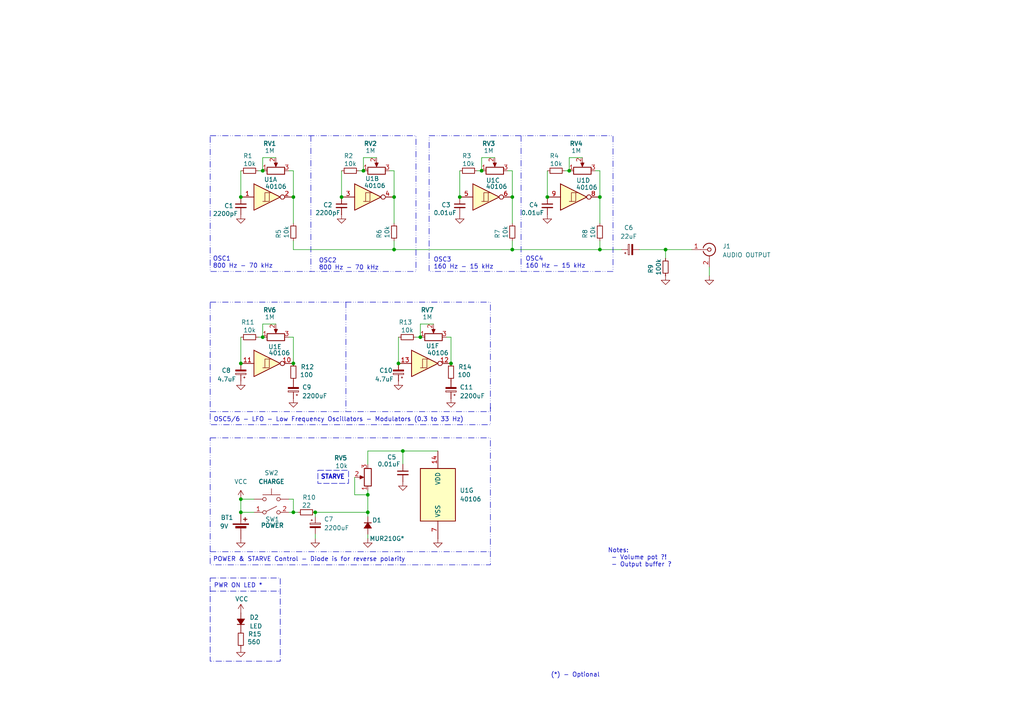
<source format=kicad_sch>
(kicad_sch (version 20231120) (generator "eeschema") (generator_version "8.0")
  (paper "A4")
  (title_block (title "CACOPHONATOR 1.0") (date "2025-01-11") (rev "1") (company "#pragma") (comment 1 "Miguel Miranda | Tiago Miranda") (comment 2 "https://theremin.us/Circuit_Library/cacophonator.html") (comment 3 "Original version"))
  (lib_symbols
    (symbol "4xxx:40106" (pin_names (offset 1.016))
      (property "Reference" "U" (at 0 1.27 0))
      (property "Value" "40106" (at 0 -1.27 0))
      (symbol "40106_1_0"
        (polyline (pts (xy -0.635 -1.27) (xy -0.635 1.27) (xy 0.635 1.27)))
        (polyline (pts (xy -3.81 3.81) (xy -3.81 -3.81) (xy 3.81 0) (xy -3.81 3.81)) (stroke (width 0.254)) (fill (type background)))
        (polyline (pts (xy -1.27 -1.27) (xy 0.635 -1.27) (xy 0.635 1.27) (xy 1.27 1.27)))
        (pin input line (at -7.62 0 0) (length 3.81) (name "~") (number "1"))
        (pin output inverted (at 7.62 0 180) (length 3.81) (name "~") (number "2"))
      )
      (symbol "40106_2_0"
        (polyline (pts (xy -0.635 -1.27) (xy -0.635 1.27) (xy 0.635 1.27)))
        (polyline (pts (xy -3.81 3.81) (xy -3.81 -3.81) (xy 3.81 0) (xy -3.81 3.81)) (stroke (width 0.254)) (fill (type background)))
        (polyline (pts (xy -1.27 -1.27) (xy 0.635 -1.27) (xy 0.635 1.27) (xy 1.27 1.27)))
        (pin input line (at -7.62 0 0) (length 3.81) (name "~") (number "3"))
        (pin output inverted (at 7.62 0 180) (length 3.81) (name "~") (number "4"))
      )
      (symbol "40106_3_0"
        (polyline (pts (xy -0.635 -1.27) (xy -0.635 1.27) (xy 0.635 1.27)))
        (polyline (pts (xy -3.81 3.81) (xy -3.81 -3.81) (xy 3.81 0) (xy -3.81 3.81)) (stroke (width 0.254)) (fill (type background)))
        (polyline (pts (xy -1.27 -1.27) (xy 0.635 -1.27) (xy 0.635 1.27) (xy 1.27 1.27)))
        (pin input line (at -7.62 0 0) (length 3.81) (name "~") (number "5"))
        (pin output inverted (at 7.62 0 180) (length 3.81) (name "~") (number "6"))
      )
      (symbol "40106_4_0"
        (polyline (pts (xy -0.635 -1.27) (xy -0.635 1.27) (xy 0.635 1.27)))
        (polyline (pts (xy -3.81 3.81) (xy -3.81 -3.81) (xy 3.81 0) (xy -3.81 3.81)) (stroke (width 0.254)) (fill (type background)))
        (polyline (pts (xy -1.27 -1.27) (xy 0.635 -1.27) (xy 0.635 1.27) (xy 1.27 1.27)))
        (pin output inverted (at 7.62 0 180) (length 3.81) (name "~") (number "8"))
        (pin input line (at -7.62 0 0) (length 3.81) (name "~") (number "9"))
      )
      (symbol "40106_5_0"
        (polyline (pts (xy -0.635 -1.27) (xy -0.635 1.27) (xy 0.635 1.27)))
        (polyline (pts (xy -3.81 3.81) (xy -3.81 -3.81) (xy 3.81 0) (xy -3.81 3.81)) (stroke (width 0.254)) (fill (type background)))
        (polyline (pts (xy -1.27 -1.27) (xy 0.635 -1.27) (xy 0.635 1.27) (xy 1.27 1.27)))
        (pin output inverted (at 7.62 0 180) (length 3.81) (name "~") (number "10"))
        (pin input line (at -7.62 0 0) (length 3.81) (name "~") (number "11"))
      )
      (symbol "40106_6_0"
        (polyline (pts (xy -0.635 -1.27) (xy -0.635 1.27) (xy 0.635 1.27)))
        (polyline (pts (xy -3.81 3.81) (xy -3.81 -3.81) (xy 3.81 0) (xy -3.81 3.81)) (stroke (width 0.254)) (fill (type background)))
        (polyline (pts (xy -1.27 -1.27) (xy 0.635 -1.27) (xy 0.635 1.27) (xy 1.27 1.27)))
        (pin output inverted (at 7.62 0 180) (length 3.81) (name "~") (number "12"))
        (pin input line (at -7.62 0 0) (length 3.81) (name "~") (number "13"))
      )
      (symbol "40106_7_0"
        (pin power_in line (at 0 12.7 270) (length 5.08) (name "VDD") (number "14"))
        (pin power_in line (at 0 -12.7 90) (length 5.08) (name "VSS") (number "7"))
      )
      (symbol "40106_7_1"
        (rectangle (start -5.08 7.62) (end 5.08 -7.62) (stroke (width 0.254)) (fill (type background)))
      )
    )
    (symbol "Connector:Conn_Coaxial" (pin_names (offset 1.016) hide)
      (property "Reference" "J" (at 0.254 3.048 0))
      (property "Value" "Conn_Coaxial" (at 2.921 0 90))
      (symbol "Conn_Coaxial_0_1"
        (arc (start -1.778 -0.508) (mid 0.2311 -1.8066) (end 1.778 0) (stroke (width 0.254)))
        (polyline (pts (xy -2.54 0) (xy -0.508 0)))
        (polyline (pts (xy 0 -2.54) (xy 0 -1.778)))
        (circle (center 0 0) (radius 0.508) (stroke (width 0.2032)))
        (arc (start 1.778 0) (mid 0.2099 1.8101) (end -1.778 0.508) (stroke (width 0.254)))
      )
      (symbol "Conn_Coaxial_1_1"
        (pin passive line (at -5.08 0 0) (length 2.54) (name "In") (number "1"))
        (pin passive line (at 0 -5.08 90) (length 2.54) (name "Ext") (number "2"))
      )
    )
    (symbol "Device:Battery_Cell" (pin_numbers hide) (pin_names (offset 0) hide)
      (property "Reference" "BT" (at 2.54 2.54 0))
      (property "Value" "Battery_Cell" (at 2.54 0 0))
      (symbol "Battery_Cell_0_1"
        (rectangle (start -2.286 1.778) (end 2.286 1.524) (fill (type outline)))
        (rectangle (start -1.524 1.016) (end 1.524 0.508) (fill (type outline)))
        (polyline (pts (xy 0 0.762) (xy 0 0)))
        (polyline (pts (xy 0 1.778) (xy 0 2.54)))
        (polyline (pts (xy 0.762 3.048) (xy 1.778 3.048)) (stroke (width 0.254)))
        (polyline (pts (xy 1.27 3.556) (xy 1.27 2.54)) (stroke (width 0.254)))
      )
      (symbol "Battery_Cell_1_1"
        (pin passive line (at 0 5.08 270) (length 2.54) (name "+") (number "1"))
        (pin passive line (at 0 -2.54 90) (length 2.54) (name "-") (number "2"))
      )
    )
    (symbol "Device:C_Polarized_Small" (pin_numbers hide) (pin_names (offset 0.254) hide)
      (property "Reference" "C" (at 0.254 1.778 0))
      (property "Value" "C_Polarized_Small" (at 0.254 -2.032 0))
      (symbol "C_Polarized_Small_0_1"
        (rectangle (start -1.524 -0.3048) (end 1.524 -0.6858) (fill (type outline)))
        (rectangle (start -1.524 0.6858) (end 1.524 0.3048))
        (polyline (pts (xy -1.27 1.524) (xy -0.762 1.524)))
        (polyline (pts (xy -1.016 1.27) (xy -1.016 1.778)))
      )
      (symbol "C_Polarized_Small_1_1"
        (pin passive line (at 0 2.54 270) (length 1.8542) (name "~") (number "1"))
        (pin passive line (at 0 -2.54 90) (length 1.8542) (name "~") (number "2"))
      )
    )
    (symbol "Device:C_Small" (pin_numbers hide) (pin_names (offset 0.254) hide)
      (property "Reference" "C" (at 0.254 1.778 0))
      (property "Value" "C_Small" (at 0.254 -2.032 0))
      (symbol "C_Small_0_1"
        (polyline (pts (xy -1.524 -0.508) (xy 1.524 -0.508)) (stroke (width 0.3302)))
        (polyline (pts (xy -1.524 0.508) (xy 1.524 0.508)) (stroke (width 0.3048)))
      )
      (symbol "C_Small_1_1"
        (pin passive line (at 0 2.54 270) (length 2.032) (name "~") (number "1"))
        (pin passive line (at 0 -2.54 90) (length 2.032) (name "~") (number "2"))
      )
    )
    (symbol "Device:D_Small_Filled" (pin_numbers hide) (pin_names (offset 0.254) hide)
      (property "Reference" "D" (at -1.27 2.032 0))
      (property "Value" "D_Small_Filled" (at -3.81 -2.032 0))
      (symbol "D_Small_Filled_0_1"
        (polyline (pts (xy -0.762 -1.016) (xy -0.762 1.016)) (stroke (width 0.254)))
        (polyline (pts (xy -0.762 0) (xy 0.762 0)))
        (polyline (pts (xy 0.762 -1.016) (xy -0.762 0) (xy 0.762 1.016) (xy 0.762 -1.016)) (stroke (width 0.254)) (fill (type outline)))
      )
      (symbol "D_Small_Filled_1_1"
        (pin passive line (at -2.54 0 0) (length 1.778) (name "K") (number "1"))
        (pin passive line (at 2.54 0 180) (length 1.778) (name "A") (number "2"))
      )
    )
    (symbol "Device:R_Potentiometer" (pin_names (offset 1.016) hide)
      (property "Reference" "RV" (at -4.445 0 90))
      (property "Value" "R_Potentiometer" (at -2.54 0 90))
      (symbol "R_Potentiometer_0_1"
        (polyline (pts (xy 2.54 0) (xy 1.524 0)))
        (polyline (pts (xy 1.143 0) (xy 2.286 0.508) (xy 2.286 -0.508) (xy 1.143 0)) (fill (type outline)))
        (rectangle (start 1.016 2.54) (end -1.016 -2.54) (stroke (width 0.254)))
      )
      (symbol "R_Potentiometer_1_1"
        (pin passive line (at 0 3.81 270) (length 1.27) (name "1") (number "1"))
        (pin passive line (at 3.81 0 180) (length 1.27) (name "2") (number "2"))
        (pin passive line (at 0 -3.81 90) (length 1.27) (name "3") (number "3"))
      )
    )
    (symbol "Device:R_Small" (pin_numbers hide) (pin_names (offset 0.254) hide)
      (property "Reference" "R" (at 0.762 0.508 0))
      (property "Value" "R_Small" (at 0.762 -1.016 0))
      (symbol "R_Small_0_1"
        (rectangle (start -0.762 1.778) (end 0.762 -1.778) (stroke (width 0.2032)))
      )
      (symbol "R_Small_1_1"
        (pin passive line (at 0 2.54 270) (length 0.762) (name "~") (number "1"))
        (pin passive line (at 0 -2.54 90) (length 0.762) (name "~") (number "2"))
      )
    )
    (symbol "Switch:SW_Push" (pin_numbers hide) (pin_names (offset 1.016) hide)
      (property "Reference" "SW" (at 1.27 2.54 0))
      (property "Value" "SW_Push" (at 0 -1.524 0))
      (symbol "SW_Push_0_1"
        (circle (center -2.032 0) (radius 0.508))
        (polyline (pts (xy 0 1.27) (xy 0 3.048)))
        (polyline (pts (xy 2.54 1.27) (xy -2.54 1.27)))
        (circle (center 2.032 0) (radius 0.508))
        (pin passive line (at -5.08 0 0) (length 2.54) (name "1") (number "1"))
        (pin passive line (at 5.08 0 180) (length 2.54) (name "2") (number "2"))
      )
    )
    (symbol "Switch:SW_SPST" (pin_names (offset 0) hide)
      (property "Reference" "SW" (at 0 3.175 0))
      (property "Value" "SW_SPST" (at 0 -2.54 0))
      (symbol "SW_SPST_0_0"
        (circle (center -2.032 0) (radius 0.508))
        (polyline (pts (xy -1.524 0.254) (xy 1.524 1.778)))
        (circle (center 2.032 0) (radius 0.508))
      )
      (symbol "SW_SPST_1_1"
        (pin passive line (at -5.08 0 0) (length 2.54) (name "A") (number "1"))
        (pin passive line (at 5.08 0 180) (length 2.54) (name "B") (number "2"))
      )
    )
    (symbol "power:GND" (power) (pin_numbers hide) (pin_names (offset 0) hide)
      (property "Value" "GND" (at 0 -3.81 0))
      (symbol "GND_0_1"
        (polyline (pts (xy 0 0) (xy 0 -1.27) (xy 1.27 -1.27) (xy 0 -2.54) (xy -1.27 -1.27) (xy 0 -1.27)))
      )
      (symbol "GND_1_1"
        (pin power_in line (at 0 0 270) (length 0) (name "~") (number "1"))
      )
    )
    (symbol "power:VCC" (power) (pin_numbers hide) (pin_names (offset 0) hide)
      (property "Value" "VCC" (at 0 3.556 0))
      (symbol "VCC_0_1"
        (polyline (pts (xy -0.762 1.27) (xy 0 2.54)))
        (polyline (pts (xy 0 0) (xy 0 2.54)))
        (polyline (pts (xy 0 2.54) (xy 0.762 1.27)))
      )
      (symbol "VCC_1_1"
        (pin power_in line (at 0 0 90) (length 0) (name "~") (number "1"))
      )
    )
  )
  (junction (at 106.68 148.59))
  (junction (at 85.09 148.59))
  (junction (at 76.2 49.53))
  (junction (at 115.57 105.41))
  (junction (at 173.99 57.15))
  (junction (at 130.81 105.41))
  (junction (at 85.09 57.15))
  (junction (at 133.35 57.15))
  (junction (at 69.85 105.41))
  (junction (at 121.92 97.79))
  (junction (at 165.1 49.53))
  (junction (at 69.85 57.15))
  (junction (at 114.3 57.15))
  (junction (at 105.41 49.53))
  (junction (at 148.59 72.39))
  (junction (at 69.85 144.78))
  (junction (at 91.44 148.59))
  (junction (at 76.2 97.79))
  (junction (at 148.59 57.15))
  (junction (at 158.75 57.15))
  (junction (at 85.09 105.41))
  (junction (at 99.06 57.15))
  (junction (at 173.99 72.39))
  (junction (at 114.3 72.39))
  (junction (at 116.84 130.81))
  (junction (at 139.7 49.53))
  (junction (at 106.68 143.51))
  (junction (at 193.04 72.39))
  (junction (at 69.85 148.59))
  (wire (pts (xy 106.68 154.94) (xy 106.68 156.21)))
  (wire (pts (xy 76.2 97.79) (xy 76.2 93.98)))
  (wire (pts (xy 91.44 148.59) (xy 91.44 149.86)))
  (wire (pts (xy 114.3 72.39) (xy 85.09 72.39)))
  (polyline (pts (xy 151.13 39.37) (xy 151.13 78.74)) (stroke (width 0) (type dash_dot_dot)))
  (wire (pts (xy 185.42 72.39) (xy 193.04 72.39)))
  (wire (pts (xy 85.09 57.15) (xy 85.09 64.77)))
  (wire (pts (xy 205.74 77.47) (xy 205.74 80.01)))
  (wire (pts (xy 102.87 138.43) (xy 102.87 143.51)))
  (wire (pts (xy 106.68 143.51) (xy 106.68 148.59)))
  (wire (pts (xy 193.04 72.39) (xy 193.04 74.93)))
  (wire (pts (xy 121.92 93.98) (xy 125.73 93.98)))
  (wire (pts (xy 114.3 57.15) (xy 114.3 64.77)))
  (wire (pts (xy 74.93 49.53) (xy 76.2 49.53)))
  (wire (pts (xy 115.57 97.79) (xy 115.57 105.41)))
  (polyline (pts (xy 60.96 119.38) (xy 142.24 119.38)) (stroke (width 0) (type dash_dot_dot)))
  (wire (pts (xy 133.35 49.53) (xy 133.35 57.15)))
  (polyline (pts (xy 90.17 39.37) (xy 90.17 78.74)) (stroke (width 0) (type dash_dot_dot)))
  (wire (pts (xy 116.84 130.81) (xy 127 130.81)))
  (wire (pts (xy 69.85 144.78) (xy 73.66 144.78)))
  (wire (pts (xy 76.2 45.72) (xy 80.01 45.72)))
  (wire (pts (xy 139.7 45.72) (xy 143.51 45.72)))
  (wire (pts (xy 158.75 49.53) (xy 158.75 57.15)))
  (wire (pts (xy 69.85 144.78) (xy 69.85 148.59)))
  (wire (pts (xy 148.59 49.53) (xy 148.59 57.15)))
  (wire (pts (xy 114.3 72.39) (xy 148.59 72.39)))
  (wire (pts (xy 76.2 93.98) (xy 80.01 93.98)))
  (wire (pts (xy 148.59 69.85) (xy 148.59 72.39)))
  (polyline (pts (xy 60.96 171.45) (xy 81.28 171.45)) (stroke (width 0) (type dash_dot)))
  (wire (pts (xy 105.41 49.53) (xy 105.41 45.72)))
  (wire (pts (xy 116.84 130.81) (xy 106.68 130.81)))
  (wire (pts (xy 130.81 97.79) (xy 130.81 105.41)))
  (wire (pts (xy 85.09 49.53) (xy 85.09 57.15)))
  (wire (pts (xy 69.85 97.79) (xy 69.85 105.41)))
  (wire (pts (xy 85.09 97.79) (xy 85.09 105.41)))
  (wire (pts (xy 76.2 49.53) (xy 76.2 45.72)))
  (wire (pts (xy 99.06 49.53) (xy 99.06 57.15)))
  (wire (pts (xy 106.68 143.51) (xy 106.68 142.24)))
  (wire (pts (xy 120.65 97.79) (xy 121.92 97.79)))
  (wire (pts (xy 173.99 72.39) (xy 180.34 72.39)))
  (wire (pts (xy 85.09 144.78) (xy 85.09 148.59)))
  (wire (pts (xy 163.83 49.53) (xy 165.1 49.53)))
  (wire (pts (xy 106.68 149.86) (xy 106.68 148.59)))
  (wire (pts (xy 173.99 57.15) (xy 173.99 64.77)))
  (wire (pts (xy 139.7 49.53) (xy 139.7 45.72)))
  (wire (pts (xy 83.82 144.78) (xy 85.09 144.78)))
  (wire (pts (xy 173.99 69.85) (xy 173.99 72.39)))
  (wire (pts (xy 104.14 49.53) (xy 105.41 49.53)))
  (wire (pts (xy 193.04 72.39) (xy 200.66 72.39)))
  (polyline (pts (xy 100.33 87.63) (xy 100.33 119.38)) (stroke (width 0) (type dash_dot_dot)))
  (wire (pts (xy 129.54 97.79) (xy 130.81 97.79)))
  (wire (pts (xy 116.84 130.81) (xy 116.84 134.62)))
  (wire (pts (xy 85.09 72.39) (xy 85.09 69.85)))
  (wire (pts (xy 105.41 45.72) (xy 109.22 45.72)))
  (wire (pts (xy 138.43 49.53) (xy 139.7 49.53)))
  (wire (pts (xy 102.87 143.51) (xy 106.68 143.51)))
  (wire (pts (xy 172.72 49.53) (xy 173.99 49.53)))
  (wire (pts (xy 106.68 130.81) (xy 106.68 134.62)))
  (wire (pts (xy 173.99 72.39) (xy 148.59 72.39)))
  (wire (pts (xy 165.1 49.53) (xy 165.1 45.72)))
  (wire (pts (xy 121.92 97.79) (xy 121.92 93.98)))
  (wire (pts (xy 173.99 49.53) (xy 173.99 57.15)))
  (wire (pts (xy 83.82 97.79) (xy 85.09 97.79)))
  (wire (pts (xy 91.44 148.59) (xy 106.68 148.59)))
  (wire (pts (xy 83.82 49.53) (xy 85.09 49.53)))
  (wire (pts (xy 91.44 154.94) (xy 91.44 156.21)))
  (polyline (pts (xy 60.96 160.02) (xy 142.24 160.02)) (stroke (width 0) (type dash_dot_dot)))
  (wire (pts (xy 147.32 49.53) (xy 148.59 49.53)))
  (polyline (pts (xy 142.24 118.11) (xy 142.24 119.38)))
  (wire (pts (xy 148.59 57.15) (xy 148.59 64.77)))
  (wire (pts (xy 114.3 49.53) (xy 114.3 57.15)))
  (wire (pts (xy 113.03 49.53) (xy 114.3 49.53)))
  (wire (pts (xy 74.93 97.79) (xy 76.2 97.79)))
  (wire (pts (xy 69.85 148.59) (xy 73.66 148.59)))
  (wire (pts (xy 85.09 148.59) (xy 86.36 148.59)))
  (wire (pts (xy 83.82 148.59) (xy 85.09 148.59)))
  (wire (pts (xy 69.85 49.53) (xy 69.85 57.15)))
  (wire (pts (xy 165.1 45.72) (xy 168.91 45.72)))
  (wire (pts (xy 114.3 69.85) (xy 114.3 72.39)))
  (rectangle (start 60.96 127) (end 142.24 163.83) (stroke (width 0) (type dash_dot_dot)))
  (rectangle (start 92.202 136.398) (end 101.092 140.208) (stroke (width 0) (type dash)))
  (rectangle (start 60.96 167.64) (end 81.28 191.77) (stroke (width 0) (type dash_dot)))
  (rectangle (start 124.46 39.37) (end 177.8 78.74) (stroke (width 0) (type dash_dot_dot)))
  (rectangle (start 60.96 39.37) (end 120.65 78.74) (stroke (width 0) (type dash_dot_dot)))
  (text_box "\nOSC5/6 - LFO - Low Frequency Oscillators - Modulators (0.3 to 33 Hz)" (at 60.96 87.63 0) (size 81.28 35.56) (stroke (width 0) (type dash_dot_dot)) (effects (font (size 1.27 1.27)) (justify left bottom)))
  (text "OSC4\n160 Hz - 15 kHz" (at 152.4 76.2 0) (effects (font (size 1.27 1.27)) (justify left)))
  (text "POWER & STARVE Control - Diode is for reverse polarity" (at 89.662 162.306 0) (effects (font (size 1.27 1.27))))
  (text "(*) - Optional" (at 166.878 195.834 0) (effects (font (size 1.27 1.27))))
  (text "STARVE" (at 96.52 138.43 0) (effects (font (size 1.27 1.27) (thickness 0.254) (bold yes))))
  (text "PWR ON LED *" (at 69.088 169.926 0) (effects (font (size 1.27 1.27))))
  (text "OSC1\n800 Hz - 70 kHz" (at 61.722 76.2 0) (effects (font (size 1.27 1.27)) (justify left)))
  (text "Notes:\n - Volume pot ?!\n - Output buffer ?" (at 176.276 161.798 0) (effects (font (size 1.27 1.27)) (justify left)))
  (text "OSC3\n160 Hz - 15 kHz" (at 125.73 76.454 0) (effects (font (size 1.27 1.27)) (justify left)))
  (text "OSC2\n800 Hz - 70 kHz" (at 92.456 76.708 0) (effects (font (size 1.27 1.27)) (justify left)))
  (symbol (lib_id "Device:C_Polarized_Small") (at 182.88 72.39 90) (unit 1)
    (property "Reference" "C6" (at 182.3339 66.04 90))
    (property "Value" "22uF" (at 182.3339 68.58 90))
    (property "Footprint" "Capacitor_THT:CP_Radial_D4.0mm_P2.00mm" (effects (hide yes)))
    (property "Description" "Polarized capacitor, small symbol" (effects (hide yes)))
  )
  (symbol (lib_id "Device:R_Small") (at 85.09 107.95 180) (unit 1)
    (property "Reference" "R12" (at 89.154 106.426 0))
    (property "Value" "100" (at 88.9 108.712 0))
    (property "Footprint" "Resistor_THT:R_Axial_DIN0204_L3.6mm_D1.6mm_P5.08mm_Horizontal" (effects (hide yes)))
    (property "Description" "Resistor, small symbol" (effects (hide yes)))
  )
  (symbol (lib_id "Device:R_Small") (at 118.11 97.79 90) (unit 1)
    (property "Reference" "R13" (at 117.602 93.472 90))
    (property "Value" "10k" (at 118.11 95.758 90))
    (property "Footprint" "Resistor_THT:R_Axial_DIN0204_L3.6mm_D1.6mm_P5.08mm_Horizontal" (effects (hide yes)))
    (property "Description" "Resistor, small symbol" (effects (hide yes)))
  )
  (symbol (lib_id "Device:R_Small") (at 135.89 49.53 90) (unit 1)
    (property "Reference" "R3" (at 135.382 45.212 90))
    (property "Value" "10k" (at 135.89 47.498 90))
    (property "Footprint" "Resistor_THT:R_Axial_DIN0204_L3.6mm_D1.6mm_P5.08mm_Horizontal" (effects (hide yes)))
    (property "Description" "Resistor, small symbol" (effects (hide yes)))
  )
  (symbol (lib_id "Device:R_Small") (at 101.6 49.53 90) (unit 1)
    (property "Reference" "R2" (at 101.092 45.212 90))
    (property "Value" "10k" (at 101.6 47.498 90))
    (property "Footprint" "Resistor_THT:R_Axial_DIN0204_L3.6mm_D1.6mm_P5.08mm_Horizontal" (effects (hide yes)))
    (property "Description" "Resistor, small symbol" (effects (hide yes)))
  )
  (symbol (lib_id "Device:R_Small") (at 72.39 97.79 90) (unit 1)
    (property "Reference" "R11" (at 71.882 93.472 90))
    (property "Value" "10k" (at 72.39 95.758 90))
    (property "Footprint" "Resistor_THT:R_Axial_DIN0204_L3.6mm_D1.6mm_P5.08mm_Horizontal" (effects (hide yes)))
    (property "Description" "Resistor, small symbol" (effects (hide yes)))
  )
  (symbol (lib_id "power:GND") (at 106.68 156.21 0) (unit 1)
    (property "Reference" "#PWR011" (effects (hide yes)))
    (property "Value" "GND" (effects (hide yes)))
    (property "Description" "Power symbol creates a global label with name \"GND\" , ground" (effects (hide yes)))
  )
  (symbol (lib_id "Device:R_Small") (at 69.85 185.42 180) (unit 1)
    (property "Reference" "R15" (at 73.914 183.896 0))
    (property "Value" "560" (at 73.66 186.182 0))
    (property "Footprint" "Resistor_THT:R_Axial_DIN0204_L3.6mm_D1.6mm_P5.08mm_Horizontal" (effects (hide yes)))
    (property "Description" "Resistor, small symbol" (effects (hide yes)))
  )
  (symbol (lib_id "Device:R_Small") (at 173.99 67.31 180) (unit 1)
    (property "Reference" "R8" (at 169.672 67.818 90))
    (property "Value" "10k" (at 171.958 67.31 90))
    (property "Footprint" "Resistor_THT:R_Axial_DIN0204_L3.6mm_D1.6mm_P5.08mm_Horizontal" (effects (hide yes)))
    (property "Description" "Resistor, small symbol" (effects (hide yes)))
  )
  (symbol (lib_id "Device:R_Small") (at 130.81 107.95 180) (unit 1)
    (property "Reference" "R14" (at 134.874 106.426 0))
    (property "Value" "100" (at 134.62 108.712 0))
    (property "Footprint" "Resistor_THT:R_Axial_DIN0204_L3.6mm_D1.6mm_P5.08mm_Horizontal" (effects (hide yes)))
    (property "Description" "Resistor, small symbol" (effects (hide yes)))
  )
  (symbol (lib_id "Device:R_Small") (at 85.09 67.31 180) (unit 1)
    (property "Reference" "R5" (at 80.772 67.818 90))
    (property "Value" "10k" (at 83.058 67.31 90))
    (property "Footprint" "Resistor_THT:R_Axial_DIN0204_L3.6mm_D1.6mm_P5.08mm_Horizontal" (effects (hide yes)))
    (property "Description" "Resistor, small symbol" (effects (hide yes)))
  )
  (symbol (lib_id "Device:R_Potentiometer") (at 168.91 49.53 90) (unit 1)
    (property "Reference" "RV4" (at 167.132 41.656 90) (effects (font (thickness 0.254) (bold yes))))
    (property "Value" "1M" (at 167.132 43.688 90))
    (property "Footprint" "Connector_Molex:Molex_KK-254_AE-6410-03A_1x03_P2.54mm_Vertical" (effects (hide yes)))
    (property "Description" "Potentiometer" (effects (hide yes)))
  )
  (symbol (lib_id "Device:C_Small") (at 69.85 59.69 0) (unit 1)
    (property "Reference" "C1" (at 65.024 59.69 0) (effects (justify left)))
    (property "Value" "2200pF" (at 61.722 61.976 0) (effects (justify left)))
    (property "Footprint" "Capacitor_THT:C_Disc_D7.0mm_W2.5mm_P5.00mm" (effects (hide yes)))
    (property "Description" "Unpolarized capacitor, small symbol" (effects (hide yes)))
  )
  (symbol (lib_id "Device:Battery_Cell") (at 69.85 153.67 0) (unit 1)
    (property "Reference" "BT1" (at 64.008 150.114 0) (effects (justify left)))
    (property "Value" "9V" (at 63.754 152.654 0) (effects (justify left)))
    (property "Footprint" "Connector_Molex:Molex_KK-254_AE-6410-02A_1x02_P2.54mm_Vertical" (effects (hide yes)))
    (property "Description" "Single-cell battery" (effects (hide yes)))
  )
  (symbol (lib_id "power:GND") (at 115.57 110.49 0) (unit 1)
    (property "Reference" "#PWR06" (effects (hide yes)))
    (property "Value" "GND" (effects (hide yes)))
    (property "Description" "Power symbol creates a global label with name \"GND\" , ground" (effects (hide yes)))
  )
  (symbol (lib_id "power:GND") (at 193.04 80.01 0) (unit 1)
    (property "Reference" "#PWR014" (effects (hide yes)))
    (property "Value" "GND" (effects (hide yes)))
    (property "Description" "Power symbol creates a global label with name \"GND\" , ground" (effects (hide yes)))
  )
  (symbol (lib_id "Device:C_Small") (at 158.75 59.69 0) (unit 1)
    (property "Reference" "C4" (at 153.416 59.436 0) (effects (justify left)))
    (property "Value" "0.01uF" (at 151.13 61.722 0) (effects (justify left)))
    (property "Footprint" "Capacitor_THT:C_Disc_D7.0mm_W2.5mm_P5.00mm" (effects (hide yes)))
    (property "Description" "Unpolarized capacitor, small symbol" (effects (hide yes)))
  )
  (symbol (lib_id "Device:R_Potentiometer") (at 109.22 49.53 90) (unit 1)
    (property "Reference" "RV2" (at 107.442 41.656 90) (effects (font (thickness 0.254) (bold yes))))
    (property "Value" "1M" (at 107.442 43.688 90))
    (property "Footprint" "Connector_Molex:Molex_KK-254_AE-6410-03A_1x03_P2.54mm_Vertical" (effects (hide yes)))
    (property "Description" "Potentiometer" (effects (hide yes)))
  )
  (symbol (lib_id "Device:R_Potentiometer") (at 80.01 97.79 90) (unit 1)
    (property "Reference" "RV6" (at 78.232 89.916 90) (effects (font (thickness 0.254) (bold yes))))
    (property "Value" "1M" (at 78.232 91.948 90))
    (property "Footprint" "Connector_Molex:Molex_KK-254_AE-6410-03A_1x03_P2.54mm_Vertical" (effects (hide yes)))
    (property "Description" "Potentiometer" (effects (hide yes)))
  )
  (symbol (lib_id "Switch:SW_SPST") (at 78.74 148.59 0) (unit 1)
    (property "Reference" "SW1" (at 78.994 150.622 0))
    (property "Value" "POWER" (at 78.994 152.4 0) (effects (font (thickness 0.254) (bold yes))))
    (property "Footprint" "Connector_Molex:Molex_KK-254_AE-6410-02A_1x02_P2.54mm_Vertical" (effects (hide yes)))
    (property "Description" "Single Pole Single Throw (SPST) switch" (effects (hide yes)))
  )
  (symbol (lib_id "power:GND") (at 69.85 156.21 0) (unit 1)
    (property "Reference" "#PWR09" (effects (hide yes)))
    (property "Value" "GND" (effects (hide yes)))
    (property "Description" "Power symbol creates a global label with name \"GND\" , ground" (effects (hide yes)))
  )
  (symbol (lib_id "Device:R_Potentiometer") (at 106.68 138.43 180) (unit 1)
    (property "Reference" "RV5" (at 98.806 132.842 0) (effects (font (thickness 0.254) (bold yes))))
    (property "Value" "10k" (at 99.06 135.128 0))
    (property "Footprint" "Connector_Molex:Molex_KK-254_AE-6410-03A_1x03_P2.54mm_Vertical" (effects (hide yes)))
    (property "Description" "Potentiometer" (effects (hide yes)))
  )
  (symbol (lib_id "power:GND") (at 69.85 62.23 0) (unit 1)
    (property "Reference" "#PWR01" (effects (hide yes)))
    (property "Value" "GND" (effects (hide yes)))
    (property "Description" "Power symbol creates a global label with name \"GND\" , ground" (effects (hide yes)))
  )
  (symbol (lib_id "Device:R_Small") (at 148.59 67.31 180) (unit 1)
    (property "Reference" "R7" (at 144.272 67.818 90))
    (property "Value" "10k" (at 146.558 67.31 90))
    (property "Footprint" "Resistor_THT:R_Axial_DIN0204_L3.6mm_D1.6mm_P5.08mm_Horizontal" (effects (hide yes)))
    (property "Description" "Resistor, small symbol" (effects (hide yes)))
  )
  (symbol (lib_id "power:VCC") (at 69.85 177.8 0) (unit 1)
    (property "Reference" "#PWR018" (effects (hide yes)))
    (property "Value" "VCC" (at 70.104 173.736 0))
    (property "Description" "Power symbol creates a global label with name \"VCC\"" (effects (hide yes)))
  )
  (symbol (lib_id "Device:C_Small") (at 99.06 59.69 0) (unit 1)
    (property "Reference" "C2" (at 93.726 59.436 0) (effects (justify left)))
    (property "Value" "2200pF" (at 91.44 61.722 0) (effects (justify left)))
    (property "Footprint" "Capacitor_THT:C_Disc_D7.0mm_W2.5mm_P5.00mm" (effects (hide yes)))
    (property "Description" "Unpolarized capacitor, small symbol" (effects (hide yes)))
  )
  (symbol (lib_id "Device:C_Polarized_Small") (at 85.09 113.03 180) (unit 1)
    (property "Reference" "C9" (at 87.63 112.306 0) (effects (justify right)))
    (property "Value" "2200uF" (at 87.63 114.846 0) (effects (justify right)))
    (property "Footprint" "Capacitor_THT:CP_Radial_D7.5mm_P2.50mm" (effects (hide yes)))
    (property "Description" "Polarized capacitor, small symbol" (effects (hide yes)))
  )
  (symbol (lib_id "Device:C_Polarized_Small") (at 91.44 152.4 0) (unit 1)
    (property "Reference" "C7" (at 93.98 150.5838 0) (effects (justify left)))
    (property "Value" "2200uF" (at 93.98 153.1238 0) (effects (justify left)))
    (property "Footprint" "Capacitor_THT:CP_Radial_D7.5mm_P2.50mm" (effects (hide yes)))
    (property "Description" "Polarized capacitor, small symbol" (effects (hide yes)))
  )
  (symbol (lib_id "4xxx:40106") (at 123.19 105.41 0) (unit 6)
    (property "Reference" "U1" (at 125.476 100.33 0))
    (property "Value" "40106" (at 127 102.362 0))
    (property "Footprint" "Package_DIP:DIP-14_W7.62mm" (effects (hide yes)))
    (property "Datasheet" "https://assets.nexperia.com/documents/data-sheet/HEF40106B.pdf" (effects (hide yes)))
    (property "Description" "Hex Schmitt trigger inverter" (effects (hide yes)))
  )
  (symbol (lib_id "Device:R_Small") (at 161.29 49.53 90) (unit 1)
    (property "Reference" "R4" (at 160.782 45.212 90))
    (property "Value" "10k" (at 161.29 47.498 90))
    (property "Footprint" "Resistor_THT:R_Axial_DIN0204_L3.6mm_D1.6mm_P5.08mm_Horizontal" (effects (hide yes)))
    (property "Description" "Resistor, small symbol" (effects (hide yes)))
  )
  (symbol (lib_id "Device:C_Polarized_Small") (at 69.85 107.95 180) (unit 1)
    (property "Reference" "C8" (at 64.262 107.442 0) (effects (justify right)))
    (property "Value" "4.7uF" (at 62.992 109.982 0) (effects (justify right)))
    (property "Footprint" "Capacitor_THT:CP_Radial_D4.0mm_P2.00mm" (effects (hide yes)))
    (property "Description" "Polarized capacitor, small symbol" (effects (hide yes)))
  )
  (symbol (lib_id "power:GND") (at 91.44 156.21 0) (unit 1)
    (property "Reference" "#PWR010" (effects (hide yes)))
    (property "Value" "GND" (effects (hide yes)))
    (property "Description" "Power symbol creates a global label with name \"GND\" , ground" (effects (hide yes)))
  )
  (symbol (lib_id "Device:R_Small") (at 72.39 49.53 90) (unit 1)
    (property "Reference" "R1" (at 71.882 45.212 90))
    (property "Value" "10k" (at 72.39 47.498 90))
    (property "Footprint" "Resistor_THT:R_Axial_DIN0204_L3.6mm_D1.6mm_P5.08mm_Horizontal" (effects (hide yes)))
    (property "Description" "Resistor, small symbol" (effects (hide yes)))
  )
  (symbol (lib_id "4xxx:40106") (at 140.97 57.15 0) (unit 3)
    (property "Reference" "U1" (at 143.002 52.324 0))
    (property "Value" "40106" (at 144.018 54.102 0))
    (property "Footprint" "Package_DIP:DIP-14_W7.62mm" (effects (hide yes)))
    (property "Datasheet" "https://assets.nexperia.com/documents/data-sheet/HEF40106B.pdf" (effects (hide yes)))
    (property "Description" "Hex Schmitt trigger inverter" (effects (hide yes)))
  )
  (symbol (lib_id "Device:D_Small_Filled") (at 106.68 152.4 270) (unit 1)
    (property "Reference" "D1" (at 107.95 150.876 90) (effects (justify left)))
    (property "Value" "MUR210G*" (at 107.188 156.21 90) (effects (justify left)))
    (property "Footprint" "Diode_THT:D_DO-35_SOD27_P7.62mm_Horizontal" (effects (hide yes)))
    (property "Description" "Diode, small symbol, filled shape" (effects (hide yes)))
    (property "Sim.Device" "D" (effects (hide yes)))
    (property "Sim.Pins" "1=K 2=A" (effects (hide yes)))
  )
  (symbol (lib_id "Device:R_Small") (at 88.9 148.59 90) (unit 1)
    (property "Reference" "R10" (at 89.662 144.272 90))
    (property "Value" "22" (at 88.9 146.558 90))
    (property "Footprint" "Resistor_THT:R_Axial_DIN0204_L3.6mm_D1.6mm_P5.08mm_Horizontal" (effects (hide yes)))
    (property "Description" "Resistor, small symbol" (effects (hide yes)))
  )
  (symbol (lib_id "Device:C_Polarized_Small") (at 130.81 113.03 180) (unit 1)
    (property "Reference" "C11" (at 133.35 112.306 0) (effects (justify right)))
    (property "Value" "2200uF" (at 133.35 114.846 0) (effects (justify right)))
    (property "Footprint" "Capacitor_THT:CP_Radial_D7.5mm_P2.50mm" (effects (hide yes)))
    (property "Description" "Polarized capacitor, small symbol" (effects (hide yes)))
  )
  (symbol (lib_id "Device:D_Small_Filled") (at 69.85 180.34 90) (unit 1)
    (property "Reference" "D2" (at 72.39 179.0699 90) (effects (justify right)))
    (property "Value" "LED" (at 72.39 181.6099 90) (effects (justify right)))
    (property "Footprint" "LED_THT:LED_D5.0mm" (effects (hide yes)))
    (property "Description" "Diode, small symbol, filled shape" (effects (hide yes)))
    (property "Sim.Device" "D" (effects (hide yes)))
    (property "Sim.Pins" "1=K 2=A" (effects (hide yes)))
  )
  (symbol (lib_id "4xxx:40106") (at 166.37 57.15 0) (unit 4)
    (property "Reference" "U1" (at 169.164 52.324 0))
    (property "Value" "40106" (at 170.18 54.356 0))
    (property "Footprint" "Package_DIP:DIP-14_W7.62mm" (effects (hide yes)))
    (property "Datasheet" "https://assets.nexperia.com/documents/data-sheet/HEF40106B.pdf" (effects (hide yes)))
    (property "Description" "Hex Schmitt trigger inverter" (effects (hide yes)))
  )
  (symbol (lib_id "4xxx:40106") (at 77.47 105.41 0) (unit 5)
    (property "Reference" "U1" (at 79.756 100.584 0))
    (property "Value" "40106" (at 81.026 102.362 0))
    (property "Footprint" "Package_DIP:DIP-14_W7.62mm" (effects (hide yes)))
    (property "Datasheet" "https://assets.nexperia.com/documents/data-sheet/HEF40106B.pdf" (effects (hide yes)))
    (property "Description" "Hex Schmitt trigger inverter" (effects (hide yes)))
  )
  (symbol (lib_id "Switch:SW_Push") (at 78.74 144.78 0) (unit 1)
    (property "Reference" "SW2" (at 78.74 137.16 0))
    (property "Value" "CHARGE" (at 78.74 139.7 0) (effects (font (thickness 0.254) (bold yes))))
    (property "Footprint" "Connector_Molex:Molex_KK-254_AE-6410-02A_1x02_P2.54mm_Vertical" (effects (hide yes)))
    (property "Description" "Push button switch, generic, two pins" (effects (hide yes)))
  )
  (symbol (lib_id "Device:R_Small") (at 193.04 77.47 180) (unit 1)
    (property "Reference" "R9" (at 188.722 77.978 90))
    (property "Value" "100k" (at 191.008 77.47 90))
    (property "Footprint" "Resistor_THT:R_Axial_DIN0204_L3.6mm_D1.6mm_P5.08mm_Horizontal" (effects (hide yes)))
    (property "Description" "Resistor, small symbol" (effects (hide yes)))
  )
  (symbol (lib_id "Device:C_Polarized_Small") (at 115.57 107.95 180) (unit 1)
    (property "Reference" "C10" (at 109.982 107.442 0) (effects (justify right)))
    (property "Value" "4.7uF" (at 108.712 109.982 0) (effects (justify right)))
    (property "Footprint" "Capacitor_THT:CP_Radial_D4.0mm_P2.00mm" (effects (hide yes)))
    (property "Description" "Polarized capacitor, small symbol" (effects (hide yes)))
  )
  (symbol (lib_id "power:GND") (at 158.75 62.23 0) (unit 1)
    (property "Reference" "#PWR04" (effects (hide yes)))
    (property "Value" "GND" (effects (hide yes)))
    (property "Description" "Power symbol creates a global label with name \"GND\" , ground" (effects (hide yes)))
  )
  (symbol (lib_id "Device:R_Potentiometer") (at 125.73 97.79 90) (unit 1)
    (property "Reference" "RV7" (at 123.952 89.916 90) (effects (font (thickness 0.254) (bold yes))))
    (property "Value" "1M" (at 123.952 91.948 90))
    (property "Footprint" "Connector_Molex:Molex_KK-254_AE-6410-03A_1x03_P2.54mm_Vertical" (effects (hide yes)))
    (property "Description" "Potentiometer" (effects (hide yes)))
  )
  (symbol (lib_id "power:GND") (at 127 156.21 0) (unit 1)
    (property "Reference" "#PWR012" (effects (hide yes)))
    (property "Value" "GND" (effects (hide yes)))
    (property "Description" "Power symbol creates a global label with name \"GND\" , ground" (effects (hide yes)))
  )
  (symbol (lib_id "power:GND") (at 116.84 139.7 0) (unit 1)
    (property "Reference" "#PWR013" (effects (hide yes)))
    (property "Value" "GND" (effects (hide yes)))
    (property "Description" "Power symbol creates a global label with name \"GND\" , ground" (effects (hide yes)))
  )
  (symbol (lib_id "power:GND") (at 133.35 62.23 0) (unit 1)
    (property "Reference" "#PWR03" (effects (hide yes)))
    (property "Value" "GND" (effects (hide yes)))
    (property "Description" "Power symbol creates a global label with name \"GND\" , ground" (effects (hide yes)))
  )
  (symbol (lib_id "Connector:Conn_Coaxial") (at 205.74 72.39 0) (unit 1)
    (property "Reference" "J1" (at 209.55 71.4131 0) (effects (justify left)))
    (property "Value" "AUDIO OUTPUT" (at 209.55 73.9531 0) (effects (justify left)))
    (property "Footprint" "Connector_Molex:Molex_KK-254_AE-6410-02A_1x02_P2.54mm_Vertical" (effects (hide yes)))
    (property "Description" "coaxial connector (BNC, SMA, SMB, SMC, Cinch/RCA, LEMO, ...)" (effects (hide yes)))
  )
  (symbol (lib_id "4xxx:40106") (at 77.47 57.15 0) (unit 1)
    (property "Reference" "U1" (at 78.486 52.07 0))
    (property "Value" "40106" (at 80.01 54.102 0))
    (property "Footprint" "Package_DIP:DIP-14_W7.62mm" (effects (hide yes)))
    (property "Datasheet" "https://assets.nexperia.com/documents/data-sheet/HEF40106B.pdf" (effects (hide yes)))
    (property "Description" "Hex Schmitt trigger inverter" (effects (hide yes)))
  )
  (symbol (lib_id "4xxx:40106") (at 106.68 57.15 0) (unit 2)
    (property "Reference" "U1" (at 107.95 51.816 0))
    (property "Value" "40106" (at 108.712 53.848 0))
    (property "Footprint" "Package_DIP:DIP-14_W7.62mm" (effects (hide yes)))
    (property "Datasheet" "https://assets.nexperia.com/documents/data-sheet/HEF40106B.pdf" (effects (hide yes)))
    (property "Description" "Hex Schmitt trigger inverter" (effects (hide yes)))
  )
  (symbol (lib_id "4xxx:40106") (at 127 143.51 0) (unit 7)
    (property "Reference" "U1" (at 133.35 142.2399 0) (effects (justify left)))
    (property "Value" "40106" (at 133.35 144.7799 0) (effects (justify left)))
    (property "Footprint" "Package_DIP:DIP-14_W7.62mm" (effects (hide yes)))
    (property "Datasheet" "https://assets.nexperia.com/documents/data-sheet/HEF40106B.pdf" (effects (hide yes)))
    (property "Description" "Hex Schmitt trigger inverter" (effects (hide yes)))
  )
  (symbol (lib_id "power:GND") (at 69.85 110.49 0) (unit 1)
    (property "Reference" "#PWR05" (effects (hide yes)))
    (property "Value" "GND" (effects (hide yes)))
    (property "Description" "Power symbol creates a global label with name \"GND\" , ground" (effects (hide yes)))
  )
  (symbol (lib_id "power:GND") (at 69.85 187.96 0) (unit 1)
    (property "Reference" "#PWR017" (effects (hide yes)))
    (property "Value" "GND" (effects (hide yes)))
    (property "Description" "Power symbol creates a global label with name \"GND\" , ground" (effects (hide yes)))
  )
  (symbol (lib_id "power:GND") (at 130.81 115.57 0) (unit 1)
    (property "Reference" "#PWR08" (effects (hide yes)))
    (property "Value" "GND" (effects (hide yes)))
    (property "Description" "Power symbol creates a global label with name \"GND\" , ground" (effects (hide yes)))
  )
  (symbol (lib_id "power:GND") (at 99.06 62.23 0) (unit 1)
    (property "Reference" "#PWR02" (effects (hide yes)))
    (property "Value" "GND" (effects (hide yes)))
    (property "Description" "Power symbol creates a global label with name \"GND\" , ground" (effects (hide yes)))
  )
  (symbol (lib_id "Device:C_Small") (at 133.35 59.69 0) (unit 1)
    (property "Reference" "C3" (at 128.016 59.436 0) (effects (justify left)))
    (property "Value" "0.01uF" (at 125.73 61.722 0) (effects (justify left)))
    (property "Footprint" "Capacitor_THT:C_Disc_D7.0mm_W2.5mm_P5.00mm" (effects (hide yes)))
    (property "Description" "Unpolarized capacitor, small symbol" (effects (hide yes)))
  )
  (symbol (lib_id "power:GND") (at 205.74 80.01 0) (unit 1)
    (property "Reference" "#PWR015" (effects (hide yes)))
    (property "Value" "GND" (effects (hide yes)))
    (property "Description" "Power symbol creates a global label with name \"GND\" , ground" (effects (hide yes)))
  )
  (symbol (lib_id "power:GND") (at 85.09 115.57 0) (unit 1)
    (property "Reference" "#PWR07" (effects (hide yes)))
    (property "Value" "GND" (effects (hide yes)))
    (property "Description" "Power symbol creates a global label with name \"GND\" , ground" (effects (hide yes)))
  )
  (symbol (lib_id "Device:R_Potentiometer") (at 80.01 49.53 90) (unit 1)
    (property "Reference" "RV1" (at 78.232 41.656 90) (effects (font (thickness 0.254) (bold yes))))
    (property "Value" "1M" (at 78.232 43.688 90))
    (property "Footprint" "Connector_Molex:Molex_KK-254_AE-6410-03A_1x03_P2.54mm_Vertical" (effects (hide yes)))
    (property "Description" "Potentiometer" (effects (hide yes)))
  )
  (symbol (lib_id "Device:C_Small") (at 116.84 137.16 0) (unit 1)
    (property "Reference" "C5" (at 112.268 132.588 0) (effects (justify left)))
    (property "Value" "0.01uF" (at 109.474 134.62 0) (effects (justify left)))
    (property "Footprint" "Capacitor_THT:C_Disc_D7.0mm_W2.5mm_P5.00mm" (effects (hide yes)))
    (property "Description" "Unpolarized capacitor, small symbol" (effects (hide yes)))
  )
  (symbol (lib_id "Device:R_Potentiometer") (at 143.51 49.53 90) (unit 1)
    (property "Reference" "RV3" (at 141.732 41.656 90) (effects (font (thickness 0.254) (bold yes))))
    (property "Value" "1M" (at 141.732 43.688 90))
    (property "Footprint" "Connector_Molex:Molex_KK-254_AE-6410-03A_1x03_P2.54mm_Vertical" (effects (hide yes)))
    (property "Description" "Potentiometer" (effects (hide yes)))
  )
  (symbol (lib_id "Device:R_Small") (at 114.3 67.31 180) (unit 1)
    (property "Reference" "R6" (at 109.982 67.818 90))
    (property "Value" "10k" (at 112.268 67.31 90))
    (property "Footprint" "Resistor_THT:R_Axial_DIN0204_L3.6mm_D1.6mm_P5.08mm_Horizontal" (effects (hide yes)))
    (property "Description" "Resistor, small symbol" (effects (hide yes)))
  )
  (symbol (lib_id "power:VCC") (at 69.85 144.78 0) (unit 1)
    (property "Reference" "#PWR016" (effects (hide yes)))
    (property "Value" "VCC" (at 69.85 139.7 0))
    (property "Description" "Power symbol creates a global label with name \"VCC\"" (effects (hide yes)))
  )
)
</source>
